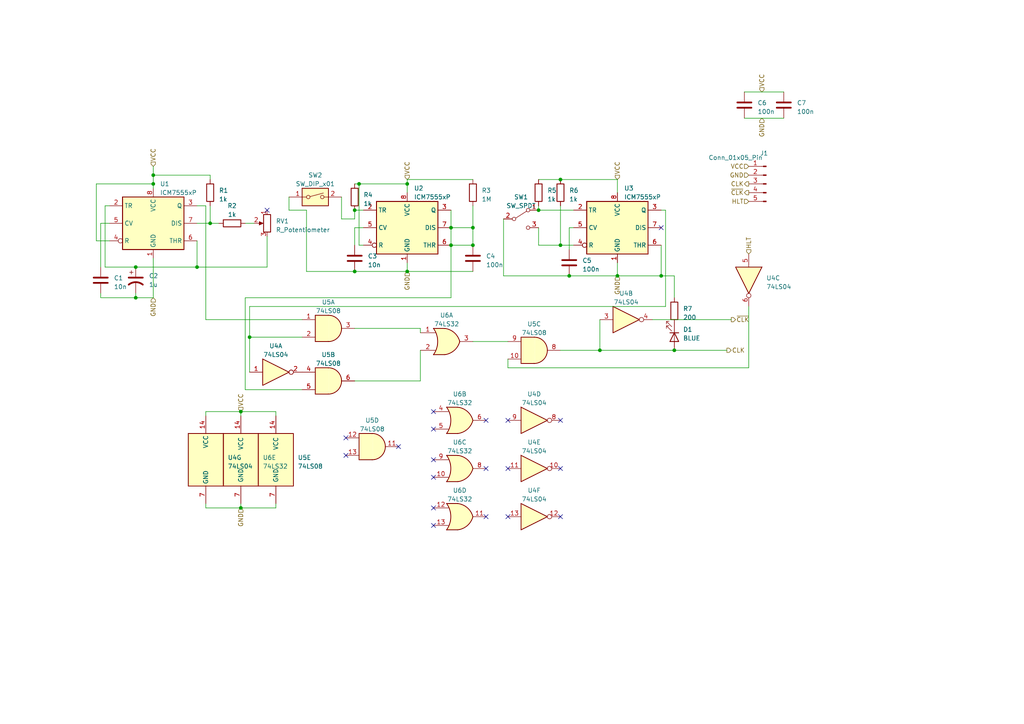
<source format=kicad_sch>
(kicad_sch (version 20230121) (generator eeschema)
  (paper "A4")
  (title_block (title "8-bit Clock Module") (date "2023-02-25") (rev "1.0") (company "RCastelli"))
  (lib_symbols
    (symbol "74xx:74LS04"
      (property "Reference" "U" (at 0 1.27 0))
      (property "Value" "74LS04" (at 0 -1.27 0))
      (symbol "74LS04_1_0"
        (polyline (pts (xy -3.81 3.81) (xy -3.81 -3.81) (xy 3.81 0) (xy -3.81 3.81)) (stroke (width 0.254)) (fill (type background)))
        (pin input line (at -7.62 0 0) (length 3.81) (name "~") (number "1"))
        (pin output inverted (at 7.62 0 180) (length 3.81) (name "~") (number "2"))
      )
      (symbol "74LS04_2_0"
        (polyline (pts (xy -3.81 3.81) (xy -3.81 -3.81) (xy 3.81 0) (xy -3.81 3.81)) (stroke (width 0.254)) (fill (type background)))
        (pin input line (at -7.62 0 0) (length 3.81) (name "~") (number "3"))
        (pin output inverted (at 7.62 0 180) (length 3.81) (name "~") (number "4"))
      )
      (symbol "74LS04_3_0"
        (polyline (pts (xy -3.81 3.81) (xy -3.81 -3.81) (xy 3.81 0) (xy -3.81 3.81)) (stroke (width 0.254)) (fill (type background)))
        (pin input line (at -7.62 0 0) (length 3.81) (name "~") (number "5"))
        (pin output inverted (at 7.62 0 180) (length 3.81) (name "~") (number "6"))
      )
      (symbol "74LS04_4_0"
        (polyline (pts (xy -3.81 3.81) (xy -3.81 -3.81) (xy 3.81 0) (xy -3.81 3.81)) (stroke (width 0.254)) (fill (type background)))
        (pin output inverted (at 7.62 0 180) (length 3.81) (name "~") (number "8"))
        (pin input line (at -7.62 0 0) (length 3.81) (name "~") (number "9"))
      )
      (symbol "74LS04_5_0"
        (polyline (pts (xy -3.81 3.81) (xy -3.81 -3.81) (xy 3.81 0) (xy -3.81 3.81)) (stroke (width 0.254)) (fill (type background)))
        (pin output inverted (at 7.62 0 180) (length 3.81) (name "~") (number "10"))
        (pin input line (at -7.62 0 0) (length 3.81) (name "~") (number "11"))
      )
      (symbol "74LS04_6_0"
        (polyline (pts (xy -3.81 3.81) (xy -3.81 -3.81) (xy 3.81 0) (xy -3.81 3.81)) (stroke (width 0.254)) (fill (type background)))
        (pin output inverted (at 7.62 0 180) (length 3.81) (name "~") (number "12"))
        (pin input line (at -7.62 0 0) (length 3.81) (name "~") (number "13"))
      )
      (symbol "74LS04_7_0"
        (pin power_in line (at 0 12.7 270) (length 5.08) (name "VCC") (number "14"))
        (pin power_in line (at 0 -12.7 90) (length 5.08) (name "GND") (number "7"))
      )
      (symbol "74LS04_7_1"
        (rectangle (start -5.08 7.62) (end 5.08 -7.62) (stroke (width 0.254)) (fill (type background)))
      )
    )
    (symbol "74xx:74LS08" (pin_names (offset 1.016))
      (property "Reference" "U" (at 0 1.27 0))
      (property "Value" "74LS08" (at 0 -1.27 0))
      (symbol "74LS08_1_1"
        (arc (start 0 -3.81) (mid 3.7934 0) (end 0 3.81) (stroke (width 0.254)) (fill (type background)))
        (polyline (pts (xy 0 3.81) (xy -3.81 3.81) (xy -3.81 -3.81) (xy 0 -3.81)) (stroke (width 0.254)) (fill (type background)))
        (pin input line (at -7.62 2.54 0) (length 3.81) (name "~") (number "1"))
        (pin input line (at -7.62 -2.54 0) (length 3.81) (name "~") (number "2"))
        (pin output line (at 7.62 0 180) (length 3.81) (name "~") (number "3"))
      )
      (symbol "74LS08_1_2"
        (arc (start -3.81 -3.81) (mid -2.589 0) (end -3.81 3.81) (stroke (width 0.254)))
        (arc (start -0.6096 -3.81) (mid 2.1842 -2.5851) (end 3.81 0) (stroke (width 0.254)) (fill (type background)))
        (polyline (pts (xy -3.81 -3.81) (xy -0.635 -3.81)) (stroke (width 0.254)) (fill (type background)))
        (polyline (pts (xy -3.81 3.81) (xy -0.635 3.81)) (stroke (width 0.254)) (fill (type background)))
        (polyline (pts (xy -0.635 3.81) (xy -3.81 3.81) (xy -3.81 3.81) (xy -3.556 3.4036) (xy -3.0226 2.2606) (xy -2.6924 1.0414) (xy -2.6162 -0.254) (xy -2.7686 -1.4986) (xy -3.175 -2.7178) (xy -3.81 -3.81) (xy -3.81 -3.81) (xy -0.635 -3.81)) (stroke (width -25.4)) (fill (type background)))
        (arc (start 3.81 0) (mid 2.1915 2.5936) (end -0.6096 3.81) (stroke (width 0.254)) (fill (type background)))
        (pin input inverted (at -7.62 2.54 0) (length 4.318) (name "~") (number "1"))
        (pin input inverted (at -7.62 -2.54 0) (length 4.318) (name "~") (number "2"))
        (pin output inverted (at 7.62 0 180) (length 3.81) (name "~") (number "3"))
      )
      (symbol "74LS08_2_1"
        (arc (start 0 -3.81) (mid 3.7934 0) (end 0 3.81) (stroke (width 0.254)) (fill (type background)))
        (polyline (pts (xy 0 3.81) (xy -3.81 3.81) (xy -3.81 -3.81) (xy 0 -3.81)) (stroke (width 0.254)) (fill (type background)))
        (pin input line (at -7.62 2.54 0) (length 3.81) (name "~") (number "4"))
        (pin input line (at -7.62 -2.54 0) (length 3.81) (name "~") (number "5"))
        (pin output line (at 7.62 0 180) (length 3.81) (name "~") (number "6"))
      )
      (symbol "74LS08_2_2"
        (arc (start -3.81 -3.81) (mid -2.589 0) (end -3.81 3.81) (stroke (width 0.254)))
        (arc (start -0.6096 -3.81) (mid 2.1842 -2.5851) (end 3.81 0) (stroke (width 0.254)) (fill (type background)))
        (polyline (pts (xy -3.81 -3.81) (xy -0.635 -3.81)) (stroke (width 0.254)) (fill (type background)))
        (polyline (pts (xy -3.81 3.81) (xy -0.635 3.81)) (stroke (width 0.254)) (fill (type background)))
        (polyline (pts (xy -0.635 3.81) (xy -3.81 3.81) (xy -3.81 3.81) (xy -3.556 3.4036) (xy -3.0226 2.2606) (xy -2.6924 1.0414) (xy -2.6162 -0.254) (xy -2.7686 -1.4986) (xy -3.175 -2.7178) (xy -3.81 -3.81) (xy -3.81 -3.81) (xy -0.635 -3.81)) (stroke (width -25.4)) (fill (type background)))
        (arc (start 3.81 0) (mid 2.1915 2.5936) (end -0.6096 3.81) (stroke (width 0.254)) (fill (type background)))
        (pin input inverted (at -7.62 2.54 0) (length 4.318) (name "~") (number "4"))
        (pin input inverted (at -7.62 -2.54 0) (length 4.318) (name "~") (number "5"))
        (pin output inverted (at 7.62 0 180) (length 3.81) (name "~") (number "6"))
      )
      (symbol "74LS08_3_1"
        (arc (start 0 -3.81) (mid 3.7934 0) (end 0 3.81) (stroke (width 0.254)) (fill (type background)))
        (polyline (pts (xy 0 3.81) (xy -3.81 3.81) (xy -3.81 -3.81) (xy 0 -3.81)) (stroke (width 0.254)) (fill (type background)))
        (pin input line (at -7.62 -2.54 0) (length 3.81) (name "~") (number "10"))
        (pin output line (at 7.62 0 180) (length 3.81) (name "~") (number "8"))
        (pin input line (at -7.62 2.54 0) (length 3.81) (name "~") (number "9"))
      )
      (symbol "74LS08_3_2"
        (arc (start -3.81 -3.81) (mid -2.589 0) (end -3.81 3.81) (stroke (width 0.254)))
        (arc (start -0.6096 -3.81) (mid 2.1842 -2.5851) (end 3.81 0) (stroke (width 0.254)) (fill (type background)))
        (polyline (pts (xy -3.81 -3.81) (xy -0.635 -3.81)) (stroke (width 0.254)) (fill (type background)))
        (polyline (pts (xy -3.81 3.81) (xy -0.635 3.81)) (stroke (width 0.254)) (fill (type background)))
        (polyline (pts (xy -0.635 3.81) (xy -3.81 3.81) (xy -3.81 3.81) (xy -3.556 3.4036) (xy -3.0226 2.2606) (xy -2.6924 1.0414) (xy -2.6162 -0.254) (xy -2.7686 -1.4986) (xy -3.175 -2.7178) (xy -3.81 -3.81) (xy -3.81 -3.81) (xy -0.635 -3.81)) (stroke (width -25.4)) (fill (type background)))
        (arc (start 3.81 0) (mid 2.1915 2.5936) (end -0.6096 3.81) (stroke (width 0.254)) (fill (type background)))
        (pin input inverted (at -7.62 -2.54 0) (length 4.318) (name "~") (number "10"))
        (pin output inverted (at 7.62 0 180) (length 3.81) (name "~") (number "8"))
        (pin input inverted (at -7.62 2.54 0) (length 4.318) (name "~") (number "9"))
      )
      (symbol "74LS08_4_1"
        (arc (start 0 -3.81) (mid 3.7934 0) (end 0 3.81) (stroke (width 0.254)) (fill (type background)))
        (polyline (pts (xy 0 3.81) (xy -3.81 3.81) (xy -3.81 -3.81) (xy 0 -3.81)) (stroke (width 0.254)) (fill (type background)))
        (pin output line (at 7.62 0 180) (length 3.81) (name "~") (number "11"))
        (pin input line (at -7.62 2.54 0) (length 3.81) (name "~") (number "12"))
        (pin input line (at -7.62 -2.54 0) (length 3.81) (name "~") (number "13"))
      )
      (symbol "74LS08_4_2"
        (arc (start -3.81 -3.81) (mid -2.589 0) (end -3.81 3.81) (stroke (width 0.254)))
        (arc (start -0.6096 -3.81) (mid 2.1842 -2.5851) (end 3.81 0) (stroke (width 0.254)) (fill (type background)))
        (polyline (pts (xy -3.81 -3.81) (xy -0.635 -3.81)) (stroke (width 0.254)) (fill (type background)))
        (polyline (pts (xy -3.81 3.81) (xy -0.635 3.81)) (stroke (width 0.254)) (fill (type background)))
        (polyline (pts (xy -0.635 3.81) (xy -3.81 3.81) (xy -3.81 3.81) (xy -3.556 3.4036) (xy -3.0226 2.2606) (xy -2.6924 1.0414) (xy -2.6162 -0.254) (xy -2.7686 -1.4986) (xy -3.175 -2.7178) (xy -3.81 -3.81) (xy -3.81 -3.81) (xy -0.635 -3.81)) (stroke (width -25.4)) (fill (type background)))
        (arc (start 3.81 0) (mid 2.1915 2.5936) (end -0.6096 3.81) (stroke (width 0.254)) (fill (type background)))
        (pin output inverted (at 7.62 0 180) (length 3.81) (name "~") (number "11"))
        (pin input inverted (at -7.62 2.54 0) (length 4.318) (name "~") (number "12"))
        (pin input inverted (at -7.62 -2.54 0) (length 4.318) (name "~") (number "13"))
      )
      (symbol "74LS08_5_0"
        (pin power_in line (at 0 12.7 270) (length 5.08) (name "VCC") (number "14"))
        (pin power_in line (at 0 -12.7 90) (length 5.08) (name "GND") (number "7"))
      )
      (symbol "74LS08_5_1"
        (rectangle (start -5.08 7.62) (end 5.08 -7.62) (stroke (width 0.254)) (fill (type background)))
      )
    )
    (symbol "74xx:74LS32" (pin_names (offset 1.016))
      (property "Reference" "U" (at 0 1.27 0))
      (property "Value" "74LS32" (at 0 -1.27 0))
      (symbol "74LS32_1_1"
        (arc (start -3.81 -3.81) (mid -2.589 0) (end -3.81 3.81) (stroke (width 0.254)))
        (arc (start -0.6096 -3.81) (mid 2.1842 -2.5851) (end 3.81 0) (stroke (width 0.254)) (fill (type background)))
        (polyline (pts (xy -3.81 -3.81) (xy -0.635 -3.81)) (stroke (width 0.254)) (fill (type background)))
        (polyline (pts (xy -3.81 3.81) (xy -0.635 3.81)) (stroke (width 0.254)) (fill (type background)))
        (polyline (pts (xy -0.635 3.81) (xy -3.81 3.81) (xy -3.81 3.81) (xy -3.556 3.4036) (xy -3.0226 2.2606) (xy -2.6924 1.0414) (xy -2.6162 -0.254) (xy -2.7686 -1.4986) (xy -3.175 -2.7178) (xy -3.81 -3.81) (xy -3.81 -3.81) (xy -0.635 -3.81)) (stroke (width -25.4)) (fill (type background)))
        (arc (start 3.81 0) (mid 2.1915 2.5936) (end -0.6096 3.81) (stroke (width 0.254)) (fill (type background)))
        (pin input line (at -7.62 2.54 0) (length 4.318) (name "~") (number "1"))
        (pin input line (at -7.62 -2.54 0) (length 4.318) (name "~") (number "2"))
        (pin output line (at 7.62 0 180) (length 3.81) (name "~") (number "3"))
      )
      (symbol "74LS32_1_2"
        (arc (start 0 -3.81) (mid 3.7934 0) (end 0 3.81) (stroke (width 0.254)) (fill (type background)))
        (polyline (pts (xy 0 3.81) (xy -3.81 3.81) (xy -3.81 -3.81) (xy 0 -3.81)) (stroke (width 0.254)) (fill (type background)))
        (pin input inverted (at -7.62 2.54 0) (length 3.81) (name "~") (number "1"))
        (pin input inverted (at -7.62 -2.54 0) (length 3.81) (name "~") (number "2"))
        (pin output inverted (at 7.62 0 180) (length 3.81) (name "~") (number "3"))
      )
      (symbol "74LS32_2_1"
        (arc (start -3.81 -3.81) (mid -2.589 0) (end -3.81 3.81) (stroke (width 0.254)))
        (arc (start -0.6096 -3.81) (mid 2.1842 -2.5851) (end 3.81 0) (stroke (width 0.254)) (fill (type background)))
        (polyline (pts (xy -3.81 -3.81) (xy -0.635 -3.81)) (stroke (width 0.254)) (fill (type background)))
        (polyline (pts (xy -3.81 3.81) (xy -0.635 3.81)) (stroke (width 0.254)) (fill (type background)))
        (polyline (pts (xy -0.635 3.81) (xy -3.81 3.81) (xy -3.81 3.81) (xy -3.556 3.4036) (xy -3.0226 2.2606) (xy -2.6924 1.0414) (xy -2.6162 -0.254) (xy -2.7686 -1.4986) (xy -3.175 -2.7178) (xy -3.81 -3.81) (xy -3.81 -3.81) (xy -0.635 -3.81)) (stroke (width -25.4)) (fill (type background)))
        (arc (start 3.81 0) (mid 2.1915 2.5936) (end -0.6096 3.81) (stroke (width 0.254)) (fill (type background)))
        (pin input line (at -7.62 2.54 0) (length 4.318) (name "~") (number "4"))
        (pin input line (at -7.62 -2.54 0) (length 4.318) (name "~") (number "5"))
        (pin output line (at 7.62 0 180) (length 3.81) (name "~") (number "6"))
      )
      (symbol "74LS32_2_2"
        (arc (start 0 -3.81) (mid 3.7934 0) (end 0 3.81) (stroke (width 0.254)) (fill (type background)))
        (polyline (pts (xy 0 3.81) (xy -3.81 3.81) (xy -3.81 -3.81) (xy 0 -3.81)) (stroke (width 0.254)) (fill (type background)))
        (pin input inverted (at -7.62 2.54 0) (length 3.81) (name "~") (number "4"))
        (pin input inverted (at -7.62 -2.54 0) (length 3.81) (name "~") (number "5"))
        (pin output inverted (at 7.62 0 180) (length 3.81) (name "~") (number "6"))
      )
      (symbol "74LS32_3_1"
        (arc (start -3.81 -3.81) (mid -2.589 0) (end -3.81 3.81) (stroke (width 0.254)))
        (arc (start -0.6096 -3.81) (mid 2.1842 -2.5851) (end 3.81 0) (stroke (width 0.254)) (fill (type background)))
        (polyline (pts (xy -3.81 -3.81) (xy -0.635 -3.81)) (stroke (width 0.254)) (fill (type background)))
        (polyline (pts (xy -3.81 3.81) (xy -0.635 3.81)) (stroke (width 0.254)) (fill (type background)))
        (polyline (pts (xy -0.635 3.81) (xy -3.81 3.81) (xy -3.81 3.81) (xy -3.556 3.4036) (xy -3.0226 2.2606) (xy -2.6924 1.0414) (xy -2.6162 -0.254) (xy -2.7686 -1.4986) (xy -3.175 -2.7178) (xy -3.81 -3.81) (xy -3.81 -3.81) (xy -0.635 -3.81)) (stroke (width -25.4)) (fill (type background)))
        (arc (start 3.81 0) (mid 2.1915 2.5936) (end -0.6096 3.81) (stroke (width 0.254)) (fill (type background)))
        (pin input line (at -7.62 -2.54 0) (length 4.318) (name "~") (number "10"))
        (pin output line (at 7.62 0 180) (length 3.81) (name "~") (number "8"))
        (pin input line (at -7.62 2.54 0) (length 4.318) (name "~") (number "9"))
      )
      (symbol "74LS32_3_2"
        (arc (start 0 -3.81) (mid 3.7934 0) (end 0 3.81) (stroke (width 0.254)) (fill (type background)))
        (polyline (pts (xy 0 3.81) (xy -3.81 3.81) (xy -3.81 -3.81) (xy 0 -3.81)) (stroke (width 0.254)) (fill (type background)))
        (pin input inverted (at -7.62 -2.54 0) (length 3.81) (name "~") (number "10"))
        (pin output inverted (at 7.62 0 180) (length 3.81) (name "~") (number "8"))
        (pin input inverted (at -7.62 2.54 0) (length 3.81) (name "~") (number "9"))
      )
      (symbol "74LS32_4_1"
        (arc (start -3.81 -3.81) (mid -2.589 0) (end -3.81 3.81) (stroke (width 0.254)))
        (arc (start -0.6096 -3.81) (mid 2.1842 -2.5851) (end 3.81 0) (stroke (width 0.254)) (fill (type background)))
        (polyline (pts (xy -3.81 -3.81) (xy -0.635 -3.81)) (stroke (width 0.254)) (fill (type background)))
        (polyline (pts (xy -3.81 3.81) (xy -0.635 3.81)) (stroke (width 0.254)) (fill (type background)))
        (polyline (pts (xy -0.635 3.81) (xy -3.81 3.81) (xy -3.81 3.81) (xy -3.556 3.4036) (xy -3.0226 2.2606) (xy -2.6924 1.0414) (xy -2.6162 -0.254) (xy -2.7686 -1.4986) (xy -3.175 -2.7178) (xy -3.81 -3.81) (xy -3.81 -3.81) (xy -0.635 -3.81)) (stroke (width -25.4)) (fill (type background)))
        (arc (start 3.81 0) (mid 2.1915 2.5936) (end -0.6096 3.81) (stroke (width 0.254)) (fill (type background)))
        (pin output line (at 7.62 0 180) (length 3.81) (name "~") (number "11"))
        (pin input line (at -7.62 2.54 0) (length 4.318) (name "~") (number "12"))
        (pin input line (at -7.62 -2.54 0) (length 4.318) (name "~") (number "13"))
      )
      (symbol "74LS32_4_2"
        (arc (start 0 -3.81) (mid 3.7934 0) (end 0 3.81) (stroke (width 0.254)) (fill (type background)))
        (polyline (pts (xy 0 3.81) (xy -3.81 3.81) (xy -3.81 -3.81) (xy 0 -3.81)) (stroke (width 0.254)) (fill (type background)))
        (pin output inverted (at 7.62 0 180) (length 3.81) (name "~") (number "11"))
        (pin input inverted (at -7.62 2.54 0) (length 3.81) (name "~") (number "12"))
        (pin input inverted (at -7.62 -2.54 0) (length 3.81) (name "~") (number "13"))
      )
      (symbol "74LS32_5_0"
        (pin power_in line (at 0 12.7 270) (length 5.08) (name "VCC") (number "14"))
        (pin power_in line (at 0 -12.7 90) (length 5.08) (name "GND") (number "7"))
      )
      (symbol "74LS32_5_1"
        (rectangle (start -5.08 7.62) (end 5.08 -7.62) (stroke (width 0.254)) (fill (type background)))
      )
    )
    (symbol "Connector:Conn_01x05_Pin" (pin_names (offset 1.016) hide)
      (property "Reference" "J1" (at 0.635 8.89 0))
      (property "Value" "Conn_01x05_Pin" (at -8.89 7.62 0))
      (symbol "Conn_01x05_Pin_1_1"
        (polyline (pts (xy 1.27 -5.08) (xy 0.8636 -5.08)) (stroke (width 0.1524)))
        (polyline (pts (xy 1.27 -2.54) (xy 0.8636 -2.54)) (stroke (width 0.1524)))
        (polyline (pts (xy 1.27 0) (xy 0.8636 0)) (stroke (width 0.1524)))
        (polyline (pts (xy 1.27 2.54) (xy 0.8636 2.54)) (stroke (width 0.1524)))
        (polyline (pts (xy 1.27 5.08) (xy 0.8636 5.08)) (stroke (width 0.1524)))
        (rectangle (start 0.8636 -4.953) (end 0 -5.207) (stroke (width 0.1524)) (fill (type outline)))
        (rectangle (start 0.8636 -2.413) (end 0 -2.667) (stroke (width 0.1524)) (fill (type outline)))
        (rectangle (start 0.8636 0.127) (end 0 -0.127) (stroke (width 0.1524)) (fill (type outline)))
        (rectangle (start 0.8636 2.667) (end 0 2.413) (stroke (width 0.1524)) (fill (type outline)))
        (rectangle (start 0.8636 5.207) (end 0 4.953) (stroke (width 0.1524)) (fill (type outline)))
        (pin power_out line (at 5.08 5.08 180) (length 3.81) (name "Pin_1") (number "1"))
        (pin power_out line (at 5.08 2.54 180) (length 3.81) (name "Pin_2") (number "2"))
        (pin passive line (at 5.08 0 180) (length 3.81) (name "Pin_3") (number "3"))
        (pin passive line (at 5.08 -2.54 180) (length 3.81) (name "Pin_4") (number "4"))
        (pin passive line (at 5.08 -5.08 180) (length 3.81) (name "Pin_5") (number "5"))
      )
    )
    (symbol "Device:C" (pin_numbers hide) (pin_names (offset 0.254))
      (property "Reference" "C" (at 0.635 2.54 0))
      (property "Value" "C" (at 0.635 -2.54 0))
      (symbol "C_0_1"
        (polyline (pts (xy -2.032 -0.762) (xy 2.032 -0.762)) (stroke (width 0.508)))
        (polyline (pts (xy -2.032 0.762) (xy 2.032 0.762)) (stroke (width 0.508)))
      )
      (symbol "C_1_1"
        (pin passive line (at 0 3.81 270) (length 2.794) (name "~") (number "1"))
        (pin passive line (at 0 -3.81 90) (length 2.794) (name "~") (number "2"))
      )
    )
    (symbol "Device:C_Polarized_US" (pin_numbers hide) (pin_names (offset 0.254) hide)
      (property "Reference" "C" (at 0.635 2.54 0))
      (property "Value" "C_Polarized_US" (at 0.635 -2.54 0))
      (symbol "C_Polarized_US_0_1"
        (polyline (pts (xy -2.032 0.762) (xy 2.032 0.762)) (stroke (width 0.508)))
        (polyline (pts (xy -1.778 2.286) (xy -0.762 2.286)))
        (polyline (pts (xy -1.27 1.778) (xy -1.27 2.794)))
        (arc (start 2.032 -1.27) (mid 0 -0.5572) (end -2.032 -1.27) (stroke (width 0.508)))
      )
      (symbol "C_Polarized_US_1_1"
        (pin passive line (at 0 3.81 270) (length 2.794) (name "~") (number "1"))
        (pin passive line (at 0 -3.81 90) (length 3.302) (name "~") (number "2"))
      )
    )
    (symbol "Device:LED" (pin_numbers hide) (pin_names (offset 1.016) hide)
      (property "Reference" "D" (at 0 2.54 0))
      (property "Value" "LED" (at 0 -2.54 0))
      (symbol "LED_0_1"
        (polyline (pts (xy -1.27 -1.27) (xy -1.27 1.27)) (stroke (width 0.254)))
        (polyline (pts (xy -1.27 0) (xy 1.27 0)))
        (polyline (pts (xy 1.27 -1.27) (xy 1.27 1.27) (xy -1.27 0) (xy 1.27 -1.27)) (stroke (width 0.254)))
        (polyline (pts (xy -3.048 -0.762) (xy -4.572 -2.286) (xy -3.81 -2.286) (xy -4.572 -2.286) (xy -4.572 -1.524)))
        (polyline (pts (xy -1.778 -0.762) (xy -3.302 -2.286) (xy -2.54 -2.286) (xy -3.302 -2.286) (xy -3.302 -1.524)))
      )
      (symbol "LED_1_1"
        (pin passive line (at -3.81 0 0) (length 2.54) (name "K") (number "1"))
        (pin passive line (at 3.81 0 180) (length 2.54) (name "A") (number "2"))
      )
    )
    (symbol "Device:R" (pin_numbers hide) (pin_names (offset 0))
      (property "Reference" "R" (at 2.032 0 90))
      (property "Value" "R" (at 0 0 90))
      (symbol "R_0_1"
        (rectangle (start -1.016 -2.54) (end 1.016 2.54) (stroke (width 0.254)))
      )
      (symbol "R_1_1"
        (pin passive line (at 0 3.81 270) (length 1.27) (name "~") (number "1"))
        (pin passive line (at 0 -3.81 90) (length 1.27) (name "~") (number "2"))
      )
    )
    (symbol "Device:R_Potentiometer" (pin_names (offset 1.016) hide)
      (property "Reference" "RV" (at -4.445 0 90))
      (property "Value" "R_Potentiometer" (at -2.54 0 90))
      (symbol "R_Potentiometer_0_1"
        (polyline (pts (xy 2.54 0) (xy 1.524 0)))
        (polyline (pts (xy 1.143 0) (xy 2.286 0.508) (xy 2.286 -0.508) (xy 1.143 0)) (fill (type outline)))
        (rectangle (start 1.016 2.54) (end -1.016 -2.54) (stroke (width 0.254)))
      )
      (symbol "R_Potentiometer_1_1"
        (pin passive line (at 0 3.81 270) (length 1.27) (name "1") (number "1"))
        (pin passive line (at 3.81 0 180) (length 1.27) (name "2") (number "2"))
        (pin passive line (at 0 -3.81 90) (length 1.27) (name "3") (number "3"))
      )
    )
    (symbol "Switch:SW_DIP_x01" (pin_names (offset 0) hide)
      (property "Reference" "SW" (at 0 3.81 0))
      (property "Value" "SW_DIP_x01" (at 0 -3.81 0))
      (symbol "SW_DIP_x01_0_0"
        (circle (center -2.032 0) (radius 0.508))
        (polyline (pts (xy -1.524 0.127) (xy 2.3622 1.1684)))
        (circle (center 2.032 0) (radius 0.508))
      )
      (symbol "SW_DIP_x01_0_1"
        (rectangle (start -3.81 2.54) (end 3.81 -2.54) (stroke (width 0.254)) (fill (type background)))
      )
      (symbol "SW_DIP_x01_1_1"
        (pin passive line (at -7.62 0 0) (length 5.08) (name "~") (number "1"))
        (pin passive line (at 7.62 0 180) (length 5.08) (name "~") (number "2"))
      )
    )
    (symbol "Switch:SW_SPDT" (pin_names (offset 0) hide)
      (property "Reference" "SW" (at 0 4.318 0))
      (property "Value" "SW_SPDT" (at 0 -5.08 0))
      (symbol "SW_SPDT_0_0"
        (circle (center -2.032 0) (radius 0.508))
        (circle (center 2.032 -2.54) (radius 0.508))
      )
      (symbol "SW_SPDT_0_1"
        (polyline (pts (xy -1.524 0.254) (xy 1.651 2.286)))
        (circle (center 2.032 2.54) (radius 0.508))
      )
      (symbol "SW_SPDT_1_1"
        (pin passive line (at 5.08 2.54 180) (length 2.54) (name "A") (number "1"))
        (pin passive line (at -5.08 0 0) (length 2.54) (name "B") (number "2"))
        (pin passive line (at 5.08 -2.54 180) (length 2.54) (name "C") (number "3"))
      )
    )
    (symbol "Timer:ICM7555xP"
      (property "Reference" "U" (at -10.16 8.89 0))
      (property "Value" "ICM7555xP" (at 2.54 8.89 0))
      (symbol "ICM7555xP_0_0"
        (pin power_in line (at 0 -10.16 90) (length 2.54) (name "GND") (number "1"))
        (pin power_in line (at 0 10.16 270) (length 2.54) (name "VCC") (number "8"))
      )
      (symbol "ICM7555xP_0_1"
        (rectangle (start -8.89 -7.62) (end 8.89 7.62) (stroke (width 0.254)) (fill (type background)))
        (rectangle (start -8.89 -7.62) (end 8.89 7.62) (stroke (width 0.254)) (fill (type background)))
      )
      (symbol "ICM7555xP_1_1"
        (pin input line (at -12.7 5.08 0) (length 3.81) (name "TR") (number "2"))
        (pin output line (at 12.7 5.08 180) (length 3.81) (name "Q") (number "3"))
        (pin input inverted (at -12.7 -5.08 0) (length 3.81) (name "R") (number "4"))
        (pin input line (at -12.7 0 0) (length 3.81) (name "CV") (number "5"))
        (pin input line (at 12.7 -5.08 180) (length 3.81) (name "THR") (number "6"))
        (pin input line (at 12.7 0 180) (length 3.81) (name "DIS") (number "7"))
      )
    )
  )
  (junction (at 102.87 60.96))
  (junction (at 137.16 71.12))
  (junction (at 39.37 77.47))
  (junction (at 104.14 53.34))
  (junction (at 72.39 97.79))
  (junction (at 165.1 80.01))
  (junction (at 118.11 53.34))
  (junction (at 60.96 64.77))
  (junction (at 191.77 80.01))
  (junction (at 44.45 53.34))
  (junction (at 179.07 80.01))
  (junction (at 195.58 101.6))
  (junction (at 69.85 119.38))
  (junction (at 162.56 71.12))
  (junction (at 156.21 60.96))
  (junction (at 130.81 66.04))
  (junction (at 162.56 52.07))
  (junction (at 102.87 78.74))
  (junction (at 57.15 77.47))
  (junction (at 137.16 66.04))
  (junction (at 69.85 147.32))
  (junction (at 39.37 86.36))
  (junction (at 118.11 78.74))
  (junction (at 130.81 71.12))
  (junction (at 44.45 50.8))
  (junction (at 173.99 101.6))
  (no_connect (at 140.97 121.92))
  (no_connect (at 115.57 129.54))
  (no_connect (at 125.73 138.43))
  (no_connect (at 125.73 124.46))
  (no_connect (at 125.73 119.38))
  (no_connect (at 140.97 149.86))
  (no_connect (at 100.33 127))
  (no_connect (at 125.73 147.32))
  (no_connect (at 125.73 133.35))
  (no_connect (at 191.77 66.04))
  (no_connect (at 77.47 60.96))
  (no_connect (at 162.56 135.89))
  (no_connect (at 147.32 135.89))
  (no_connect (at 147.32 149.86))
  (no_connect (at 162.56 121.92))
  (no_connect (at 125.73 152.4))
  (no_connect (at 100.33 132.08))
  (no_connect (at 162.56 149.86))
  (no_connect (at 140.97 135.89))
  (no_connect (at 147.32 121.92))
  (wire (pts (xy 72.39 97.79) (xy 72.39 107.95)))
  (wire (pts (xy 87.63 97.79) (xy 72.39 97.79)))
  (wire (pts (xy 156.21 71.12) (xy 162.56 71.12)))
  (wire (pts (xy 173.99 101.6) (xy 173.99 92.71)))
  (wire (pts (xy 44.45 74.93) (xy 44.45 86.36)))
  (wire (pts (xy 57.15 69.85) (xy 57.15 77.47)))
  (wire (pts (xy 59.69 147.32) (xy 69.85 147.32)))
  (wire (pts (xy 162.56 101.6) (xy 173.99 101.6)))
  (wire (pts (xy 30.48 59.69) (xy 30.48 77.47)))
  (wire (pts (xy 165.1 66.04) (xy 165.1 72.39)))
  (wire (pts (xy 102.87 95.25) (xy 121.92 95.25)))
  (wire (pts (xy 102.87 66.04) (xy 102.87 71.12)))
  (wire (pts (xy 156.21 59.69) (xy 156.21 60.96)))
  (wire (pts (xy 179.07 52.07) (xy 162.56 52.07)))
  (wire (pts (xy 72.39 97.79) (xy 72.39 88.9)))
  (wire (pts (xy 29.21 64.77) (xy 29.21 77.47)))
  (wire (pts (xy 195.58 80.01) (xy 191.77 80.01)))
  (wire (pts (xy 166.37 66.04) (xy 165.1 66.04)))
  (wire (pts (xy 39.37 86.36) (xy 39.37 85.09)))
  (wire (pts (xy 130.81 60.96) (xy 130.81 66.04)))
  (wire (pts (xy 44.45 86.36) (xy 39.37 86.36)))
  (wire (pts (xy 215.9 26.67) (xy 227.33 26.67)))
  (wire (pts (xy 118.11 78.74) (xy 137.16 78.74)))
  (wire (pts (xy 195.58 80.01) (xy 195.58 86.36)))
  (wire (pts (xy 30.48 77.47) (xy 39.37 77.47)))
  (wire (pts (xy 102.87 60.96) (xy 105.41 60.96)))
  (wire (pts (xy 189.23 92.71) (xy 212.09 92.71)))
  (wire (pts (xy 137.16 99.06) (xy 147.32 99.06)))
  (wire (pts (xy 60.96 50.8) (xy 44.45 50.8)))
  (wire (pts (xy 71.12 113.03) (xy 87.63 113.03)))
  (wire (pts (xy 130.81 71.12) (xy 130.81 86.36)))
  (wire (pts (xy 162.56 59.69) (xy 162.56 71.12)))
  (wire (pts (xy 69.85 119.38) (xy 69.85 120.65)))
  (wire (pts (xy 191.77 71.12) (xy 191.77 80.01)))
  (wire (pts (xy 59.69 119.38) (xy 69.85 119.38)))
  (wire (pts (xy 99.06 63.5) (xy 102.87 63.5)))
  (wire (pts (xy 88.9 78.74) (xy 102.87 78.74)))
  (wire (pts (xy 69.85 119.38) (xy 80.01 119.38)))
  (wire (pts (xy 137.16 66.04) (xy 130.81 66.04)))
  (wire (pts (xy 60.96 52.07) (xy 60.96 50.8)))
  (wire (pts (xy 146.05 80.01) (xy 165.1 80.01)))
  (wire (pts (xy 77.47 77.47) (xy 57.15 77.47)))
  (wire (pts (xy 60.96 59.69) (xy 60.96 64.77)))
  (wire (pts (xy 44.45 48.26) (xy 44.45 50.8)))
  (wire (pts (xy 118.11 52.07) (xy 118.11 53.34)))
  (wire (pts (xy 121.92 95.25) (xy 121.92 96.52)))
  (wire (pts (xy 105.41 71.12) (xy 104.14 71.12)))
  (wire (pts (xy 44.45 50.8) (xy 44.45 53.34)))
  (wire (pts (xy 173.99 101.6) (xy 195.58 101.6)))
  (wire (pts (xy 69.85 147.32) (xy 69.85 146.05)))
  (wire (pts (xy 99.06 57.15) (xy 99.06 63.5)))
  (wire (pts (xy 71.12 86.36) (xy 71.12 113.03)))
  (wire (pts (xy 146.05 63.5) (xy 146.05 80.01)))
  (wire (pts (xy 179.07 76.2) (xy 179.07 80.01)))
  (wire (pts (xy 130.81 71.12) (xy 137.16 71.12)))
  (wire (pts (xy 29.21 85.09) (xy 29.21 86.36)))
  (wire (pts (xy 59.69 146.05) (xy 59.69 147.32)))
  (wire (pts (xy 59.69 59.69) (xy 59.69 92.71)))
  (wire (pts (xy 137.16 59.69) (xy 137.16 66.04)))
  (wire (pts (xy 193.04 88.9) (xy 193.04 60.96)))
  (wire (pts (xy 104.14 53.34) (xy 104.14 71.12)))
  (wire (pts (xy 121.92 110.49) (xy 121.92 101.6)))
  (wire (pts (xy 102.87 63.5) (xy 102.87 60.96)))
  (wire (pts (xy 102.87 53.34) (xy 104.14 53.34)))
  (wire (pts (xy 29.21 86.36) (xy 39.37 86.36)))
  (wire (pts (xy 59.69 92.71) (xy 87.63 92.71)))
  (wire (pts (xy 102.87 110.49) (xy 121.92 110.49)))
  (wire (pts (xy 80.01 119.38) (xy 80.01 120.65)))
  (wire (pts (xy 57.15 59.69) (xy 59.69 59.69)))
  (wire (pts (xy 88.9 60.96) (xy 88.9 78.74)))
  (wire (pts (xy 118.11 78.74) (xy 118.11 76.2)))
  (wire (pts (xy 179.07 80.01) (xy 165.1 80.01)))
  (wire (pts (xy 217.17 106.68) (xy 147.32 106.68)))
  (wire (pts (xy 193.04 60.96) (xy 191.77 60.96)))
  (wire (pts (xy 162.56 71.12) (xy 166.37 71.12)))
  (wire (pts (xy 31.75 64.77) (xy 29.21 64.77)))
  (wire (pts (xy 77.47 68.58) (xy 77.47 77.47)))
  (wire (pts (xy 156.21 52.07) (xy 162.56 52.07)))
  (wire (pts (xy 217.17 88.9) (xy 217.17 106.68)))
  (wire (pts (xy 179.07 55.88) (xy 179.07 52.07)))
  (wire (pts (xy 147.32 106.68) (xy 147.32 104.14)))
  (wire (pts (xy 137.16 52.07) (xy 118.11 52.07)))
  (wire (pts (xy 72.39 88.9) (xy 193.04 88.9)))
  (wire (pts (xy 44.45 53.34) (xy 44.45 54.61)))
  (wire (pts (xy 80.01 147.32) (xy 80.01 146.05)))
  (wire (pts (xy 215.9 34.29) (xy 227.33 34.29)))
  (wire (pts (xy 31.75 59.69) (xy 30.48 59.69)))
  (wire (pts (xy 27.94 53.34) (xy 44.45 53.34)))
  (wire (pts (xy 60.96 64.77) (xy 63.5 64.77)))
  (wire (pts (xy 191.77 80.01) (xy 179.07 80.01)))
  (wire (pts (xy 137.16 71.12) (xy 137.16 66.04)))
  (wire (pts (xy 102.87 78.74) (xy 118.11 78.74)))
  (wire (pts (xy 195.58 101.6) (xy 210.82 101.6)))
  (wire (pts (xy 69.85 147.32) (xy 80.01 147.32)))
  (wire (pts (xy 156.21 66.04) (xy 156.21 71.12)))
  (wire (pts (xy 105.41 66.04) (xy 102.87 66.04)))
  (wire (pts (xy 57.15 64.77) (xy 60.96 64.77)))
  (wire (pts (xy 104.14 53.34) (xy 118.11 53.34)))
  (wire (pts (xy 57.15 77.47) (xy 39.37 77.47)))
  (wire (pts (xy 156.21 60.96) (xy 166.37 60.96)))
  (wire (pts (xy 118.11 53.34) (xy 118.11 55.88)))
  (wire (pts (xy 71.12 64.77) (xy 73.66 64.77)))
  (wire (pts (xy 130.81 66.04) (xy 130.81 71.12)))
  (wire (pts (xy 59.69 120.65) (xy 59.69 119.38)))
  (wire (pts (xy 130.81 86.36) (xy 71.12 86.36)))
  (wire (pts (xy 83.82 57.15) (xy 83.82 60.96)))
  (wire (pts (xy 31.75 69.85) (xy 27.94 69.85)))
  (wire (pts (xy 27.94 69.85) (xy 27.94 53.34)))
  (wire (pts (xy 83.82 60.96) (xy 88.9 60.96)))
  (hierarchical_label "HLT" (shape input) (at 217.17 58.42 180))
  (hierarchical_label "GND" (shape input) (at 179.07 80.01 270))
  (hierarchical_label "CLK" (shape output) (at 210.82 101.6 0))
  (hierarchical_label "~{CLK}" (shape output) (at 212.09 92.71 0))
  (hierarchical_label "VCC" (shape input) (at 179.07 52.07 90))
  (hierarchical_label "VCC" (shape input) (at 44.45 48.26 90))
  (hierarchical_label "GND" (shape input) (at 217.17 50.8 180))
  (hierarchical_label "CLK" (shape output) (at 217.17 53.34 180))
  (hierarchical_label "GND" (shape input) (at 118.11 78.74 270))
  (hierarchical_label "VCC" (shape input) (at 220.98 26.67 90))
  (hierarchical_label "GND" (shape input) (at 69.85 147.32 270))
  (hierarchical_label "VCC" (shape input) (at 118.11 52.07 90))
  (hierarchical_label "GND" (shape input) (at 220.98 34.29 270))
  (hierarchical_label "~{CLK}" (shape output) (at 217.17 55.88 180))
  (hierarchical_label "GND" (shape input) (at 44.45 86.36 270))
  (hierarchical_label "HLT" (shape input) (at 217.17 73.66 90))
  (hierarchical_label "VCC" (shape input) (at 69.85 119.38 90))
  (hierarchical_label "VCC" (shape input) (at 217.17 48.26 180))
  (symbol (lib_id "74xx:74LS04") (at 217.17 81.28 270) (unit 3)
    (property "Reference" "U4" (at 222.25 80.645 90) (effects (justify left)))
    (property "Value" "74LS04" (at 222.25 83.185 90) (effects (justify left)))
    (property "Footprint" "Package_DIP:DIP-14_W7.62mm" (effects hide))
    (property "Datasheet" "http://www.ti.com/lit/gpn/sn74LS04" (effects hide))
  )
  (symbol (lib_id "74xx:74LS32") (at 133.35 149.86 0) (unit 4)
    (property "Reference" "U6" (at 133.35 142.24 0))
    (property "Value" "74LS32" (at 133.35 144.78 0))
    (property "Footprint" "Package_DIP:DIP-14_W7.62mm" (effects hide))
    (property "Datasheet" "http://www.ti.com/lit/gpn/sn74LS32" (effects hide))
  )
  (symbol (lib_id "Device:R") (at 67.31 64.77 90) (unit 1)
    (property "Reference" "R2" (at 67.31 59.69 90))
    (property "Value" "1k" (at 67.31 62.23 90))
    (property "Footprint" "Resistor_THT:R_Axial_DIN0204_L3.6mm_D1.6mm_P7.62mm_Horizontal" (effects hide))
  )
  (symbol (lib_id "74xx:74LS04") (at 154.94 135.89 0) (unit 5)
    (property "Reference" "U4" (at 154.94 128.27 0))
    (property "Value" "74LS04" (at 154.94 130.81 0))
    (property "Footprint" "Package_DIP:DIP-14_W7.62mm" (effects hide))
    (property "Datasheet" "http://www.ti.com/lit/gpn/sn74LS04" (effects hide))
  )
  (symbol (lib_id "74xx:74LS04") (at 80.01 107.95 0) (unit 1)
    (property "Reference" "U4" (at 80.01 100.33 0))
    (property "Value" "74LS04" (at 80.01 102.87 0))
    (property "Footprint" "Package_DIP:DIP-14_W7.62mm" (effects hide))
    (property "Datasheet" "http://www.ti.com/lit/gpn/sn74LS04" (effects hide))
  )
  (symbol (lib_id "Switch:SW_DIP_x01") (at 91.44 57.15 0) (unit 1)
    (property "Reference" "SW2" (at 91.44 50.8 0))
    (property "Value" "SW_DIP_x01" (at 91.44 53.34 0))
    (property "Footprint" "Button_Switch_THT:SW_PUSH_6mm_H7.3mm" (effects hide))
  )
  (symbol (lib_id "74xx:74LS32") (at 133.35 121.92 0) (unit 2)
    (property "Reference" "U6" (at 133.35 114.3 0))
    (property "Value" "74LS32" (at 133.35 116.84 0))
    (property "Footprint" "Package_DIP:DIP-14_W7.62mm" (effects hide))
    (property "Datasheet" "http://www.ti.com/lit/gpn/sn74LS32" (effects hide))
  )
  (symbol (lib_id "74xx:74LS08") (at 80.01 133.35 0) (unit 5)
    (property "Reference" "U5" (at 86.36 132.715 0) (effects (justify left)))
    (property "Value" "74LS08" (at 86.36 135.255 0) (effects (justify left)))
    (property "Footprint" "Package_DIP:DIP-14_W7.62mm" (effects hide))
    (property "Datasheet" "http://www.ti.com/lit/gpn/sn74LS08" (effects hide))
  )
  (symbol (lib_id "Device:C") (at 227.33 30.48 180) (unit 1)
    (property "Reference" "C7" (at 231.14 29.845 0) (effects (justify right)))
    (property "Value" "100n" (at 231.14 32.385 0) (effects (justify right)))
    (property "Footprint" "Capacitor_THT:C_Radial_D8.0mm_H7.0mm_P3.50mm" (effects hide))
    (property "Sim.Device" "C" (effects hide))
    (property "Sim.Pins" "1=+ 2=-" (effects hide))
  )
  (symbol (lib_id "74xx:74LS08") (at 107.95 129.54 0) (unit 4)
    (property "Reference" "U5" (at 107.9417 121.92 0))
    (property "Value" "74LS08" (at 107.9417 124.46 0))
    (property "Footprint" "Package_DIP:DIP-14_W7.62mm" (effects hide))
    (property "Datasheet" "http://www.ti.com/lit/gpn/sn74LS08" (effects hide))
  )
  (symbol (lib_id "Device:R") (at 195.58 90.17 0) (unit 1)
    (property "Reference" "R7" (at 198.12 89.535 0) (effects (justify left)))
    (property "Value" "200" (at 198.12 92.075 0) (effects (justify left)))
    (property "Footprint" "Resistor_THT:R_Axial_DIN0207_L6.3mm_D2.5mm_P10.16mm_Horizontal" (effects hide))
  )
  (symbol (lib_id "Device:R") (at 156.21 55.88 0) (unit 1)
    (property "Reference" "R5" (at 158.75 55.245 0) (effects (justify left)))
    (property "Value" "1k" (at 158.75 57.785 0) (effects (justify left)))
    (property "Footprint" "Resistor_THT:R_Axial_DIN0207_L6.3mm_D2.5mm_P7.62mm_Horizontal" (effects hide))
  )
  (symbol (lib_id "74xx:74LS32") (at 129.54 99.06 0) (unit 1)
    (property "Reference" "U6" (at 129.54 91.44 0))
    (property "Value" "74LS32" (at 129.54 93.98 0))
    (property "Footprint" "Package_DIP:DIP-14_W7.62mm" (effects hide))
    (property "Datasheet" "http://www.ti.com/lit/gpn/sn74LS32" (effects hide))
  )
  (symbol (lib_id "Device:C") (at 215.9 30.48 0) (unit 1)
    (property "Reference" "C6" (at 219.71 29.845 0) (effects (justify left)))
    (property "Value" "100n" (at 219.71 32.385 0) (effects (justify left)))
    (property "Footprint" "Capacitor_THT:C_Radial_D8.0mm_H7.0mm_P3.50mm" (effects hide))
    (property "Sim.Device" "C" (effects hide))
    (property "Sim.Pins" "1=+ 2=-" (effects hide))
  )
  (symbol (lib_id "Timer:ICM7555xP") (at 179.07 66.04 0) (unit 1)
    (property "Reference" "U3" (at 181.0259 54.61 0) (effects (justify left)))
    (property "Value" "ICM7555xP" (at 181.0259 57.15 0) (effects (justify left)))
    (property "Footprint" "Package_DIP:DIP-8_W7.62mm" (effects hide))
    (property "Datasheet" "http://www.intersil.com/content/dam/Intersil/documents/icm7/icm7555-56.pdf" (effects hide))
  )
  (symbol (lib_id "Connector:Conn_01x05_Pin") (at 222.25 53.34 0) (mirror y) (unit 1)
    (property "Reference" "J1" (at 221.615 44.45 0))
    (property "Value" "Conn_01x05_Pin" (at 213.36 45.72 0))
    (property "Footprint" "Connector_PinSocket_2.54mm:PinSocket_1x05_P2.54mm_Vertical" (effects hide))
  )
  (symbol (lib_id "Device:C") (at 29.21 81.28 0) (unit 1)
    (property "Reference" "C1" (at 33.02 80.645 0) (effects (justify left)))
    (property "Value" "10n" (at 33.02 83.185 0) (effects (justify left)))
    (property "Footprint" "Capacitor_THT:C_Disc_D4.7mm_W2.5mm_P5.00mm" (effects hide))
    (property "Sim.Device" "C" (effects hide))
    (property "Sim.Pins" "1=+ 2=-" (effects hide))
  )
  (symbol (lib_id "Device:R") (at 162.56 55.88 0) (unit 1)
    (property "Reference" "R6" (at 165.1 55.245 0) (effects (justify left)))
    (property "Value" "1k" (at 165.1 57.785 0) (effects (justify left)))
    (property "Footprint" "Resistor_THT:R_Axial_DIN0207_L6.3mm_D2.5mm_P7.62mm_Horizontal" (effects hide))
  )
  (symbol (lib_id "Device:LED") (at 195.58 97.79 270) (unit 1)
    (property "Reference" "D1" (at 198.12 95.5675 90) (effects (justify left)))
    (property "Value" "BLUE" (at 198.12 98.1075 90) (effects (justify left)))
    (property "Footprint" "LED_THT:LED_D8.0mm" (effects hide))
  )
  (symbol (lib_id "74xx:74LS04") (at 181.61 92.71 0) (unit 2)
    (property "Reference" "U4" (at 181.61 85.09 0))
    (property "Value" "74LS04" (at 181.61 87.63 0))
    (property "Footprint" "Package_DIP:DIP-14_W7.62mm" (effects hide))
    (property "Datasheet" "http://www.ti.com/lit/gpn/sn74LS04" (effects hide))
  )
  (symbol (lib_id "74xx:74LS08") (at 95.25 110.49 0) (unit 2)
    (property "Reference" "U5" (at 95.2417 102.87 0))
    (property "Value" "74LS08" (at 95.2417 105.41 0))
    (property "Footprint" "Package_DIP:DIP-14_W7.62mm" (effects hide))
    (property "Datasheet" "http://www.ti.com/lit/gpn/sn74LS08" (effects hide))
  )
  (symbol (lib_id "Device:R") (at 60.96 55.88 0) (unit 1)
    (property "Reference" "R1" (at 63.5 55.245 0) (effects (justify left)))
    (property "Value" "1k" (at 63.5 57.785 0) (effects (justify left)))
    (property "Footprint" "Resistor_THT:R_Axial_DIN0204_L3.6mm_D1.6mm_P7.62mm_Horizontal" (effects hide))
  )
  (symbol (lib_id "Device:R") (at 137.16 55.88 0) (unit 1)
    (property "Reference" "R3" (at 139.7 55.245 0) (effects (justify left)))
    (property "Value" "1M" (at 139.7 57.785 0) (effects (justify left)))
    (property "Footprint" "Resistor_THT:R_Axial_DIN0207_L6.3mm_D2.5mm_P7.62mm_Horizontal" (effects hide))
  )
  (symbol (lib_id "74xx:74LS04") (at 154.94 149.86 0) (unit 6)
    (property "Reference" "U4" (at 154.94 142.24 0))
    (property "Value" "74LS04" (at 154.94 144.78 0))
    (property "Footprint" "Package_DIP:DIP-14_W7.62mm" (effects hide))
    (property "Datasheet" "http://www.ti.com/lit/gpn/sn74LS04" (effects hide))
  )
  (symbol (lib_id "74xx:74LS04") (at 59.69 133.35 0) (unit 7)
    (property "Reference" "U4" (at 66.04 132.715 0) (effects (justify left)))
    (property "Value" "74LS04" (at 66.04 135.255 0) (effects (justify left)))
    (property "Footprint" "Package_DIP:DIP-14_W7.62mm" (effects hide))
    (property "Datasheet" "http://www.ti.com/lit/gpn/sn74LS04" (effects hide))
  )
  (symbol (lib_id "Timer:ICM7555xP") (at 118.11 66.04 0) (unit 1)
    (property "Reference" "U2" (at 120.0659 54.61 0) (effects (justify left)))
    (property "Value" "ICM7555xP" (at 120.0659 57.15 0) (effects (justify left)))
    (property "Footprint" "Package_DIP:DIP-8_W7.62mm" (effects hide))
    (property "Datasheet" "http://www.intersil.com/content/dam/Intersil/documents/icm7/icm7555-56.pdf" (effects hide))
    (property "Sim.Enable" "0" (effects hide))
  )
  (symbol (lib_id "74xx:74LS04") (at 154.94 121.92 0) (unit 4)
    (property "Reference" "U4" (at 154.94 114.3 0))
    (property "Value" "74LS04" (at 154.94 116.84 0))
    (property "Footprint" "Package_DIP:DIP-14_W7.62mm" (effects hide))
    (property "Datasheet" "http://www.ti.com/lit/gpn/sn74LS04" (effects hide))
  )
  (symbol (lib_id "Device:C") (at 102.87 74.93 0) (unit 1)
    (property "Reference" "C3" (at 106.68 74.295 0) (effects (justify left)))
    (property "Value" "10n" (at 106.68 76.835 0) (effects (justify left)))
    (property "Footprint" "Capacitor_THT:C_Radial_D8.0mm_H7.0mm_P3.50mm" (effects hide))
    (property "Sim.Device" "C" (effects hide))
    (property "Sim.Pins" "1=+ 2=-" (effects hide))
  )
  (symbol (lib_id "Timer:ICM7555xP") (at 44.45 64.77 0) (unit 1)
    (property "Reference" "U1" (at 46.4059 53.34 0) (effects (justify left)))
    (property "Value" "ICM7555xP" (at 46.4059 55.88 0) (effects (justify left)))
    (property "Footprint" "Package_DIP:DIP-8_W7.62mm" (effects hide))
    (property "Datasheet" "http://www.intersil.com/content/dam/Intersil/documents/icm7/icm7555-56.pdf" (effects hide))
  )
  (symbol (lib_id "74xx:74LS08") (at 154.94 101.6 0) (unit 3)
    (property "Reference" "U5" (at 154.9317 93.98 0))
    (property "Value" "74LS08" (at 154.9317 96.52 0))
    (property "Footprint" "Package_DIP:DIP-14_W7.62mm" (effects hide))
    (property "Datasheet" "http://www.ti.com/lit/gpn/sn74LS08" (effects hide))
  )
  (symbol (lib_id "74xx:74LS32") (at 69.85 133.35 0) (unit 5)
    (property "Reference" "U6" (at 76.2 132.715 0) (effects (justify left)))
    (property "Value" "74LS32" (at 76.2 135.255 0) (effects (justify left)))
    (property "Footprint" "Package_DIP:DIP-14_W7.62mm" (effects hide))
    (property "Datasheet" "http://www.ti.com/lit/gpn/sn74LS32" (effects hide))
  )
  (symbol (lib_id "Switch:SW_SPDT") (at 151.13 63.5 0) (unit 1)
    (property "Reference" "SW1" (at 151.13 57.15 0))
    (property "Value" "SW_SPDT" (at 151.13 59.69 0))
    (property "Footprint" "Button_Switch_THT:SW_Slide_1P2T_CK_OS102011MS2Q" (effects hide))
  )
  (symbol (lib_id "Device:R_Potentiometer") (at 77.47 64.77 0) (mirror y) (unit 1)
    (property "Reference" "RV1" (at 80.01 64.135 0) (effects (justify right)))
    (property "Value" "R_Potentiometer" (at 80.01 66.675 0) (effects (justify right)))
    (property "Footprint" "Potentiometer_THT:Potentiometer_Alpha_RD901F-40-00D_Single_Vertical" (effects hide))
  )
  (symbol (lib_id "74xx:74LS32") (at 133.35 135.89 0) (unit 3)
    (property "Reference" "U6" (at 133.35 128.27 0))
    (property "Value" "74LS32" (at 133.35 130.81 0))
    (property "Footprint" "Package_DIP:DIP-14_W7.62mm" (effects hide))
    (property "Datasheet" "http://www.ti.com/lit/gpn/sn74LS32" (effects hide))
  )
  (symbol (lib_id "Device:C_Polarized_US") (at 39.37 81.28 0) (unit 1)
    (property "Reference" "C2" (at 43.18 80.01 0) (effects (justify left)))
    (property "Value" "1u" (at 43.18 82.55 0) (effects (justify left)))
    (property "Footprint" "Capacitor_THT:CP_Radial_D8.0mm_P5.00mm" (effects hide))
    (property "Sim.Device" "C" (effects hide))
    (property "Sim.Pins" "1=+ 2=-" (effects hide))
  )
  (symbol (lib_id "Device:C") (at 165.1 76.2 0) (unit 1)
    (property "Reference" "C5" (at 168.91 75.565 0) (effects (justify left)))
    (property "Value" "100n" (at 168.91 78.105 0) (effects (justify left)))
    (property "Footprint" "Capacitor_THT:C_Radial_D8.0mm_H7.0mm_P3.50mm" (effects hide))
    (property "Sim.Device" "C" (effects hide))
    (property "Sim.Pins" "1=+ 2=-" (effects hide))
  )
  (symbol (lib_id "74xx:74LS08") (at 95.25 95.25 0) (unit 1)
    (property "Reference" "U5" (at 95.2417 87.63 0))
    (property "Value" "74LS08" (at 95.2417 90.17 0))
    (property "Footprint" "Package_DIP:DIP-14_W7.62mm" (effects hide))
    (property "Datasheet" "http://www.ti.com/lit/gpn/sn74LS08" (effects hide))
  )
  (symbol (lib_id "Device:R") (at 102.87 57.15 0) (unit 1)
    (property "Reference" "R4" (at 105.41 56.515 0) (effects (justify left)))
    (property "Value" "1k" (at 105.41 59.055 0) (effects (justify left)))
    (property "Footprint" "Resistor_THT:R_Axial_DIN0207_L6.3mm_D2.5mm_P7.62mm_Horizontal" (effects hide))
  )
  (symbol (lib_id "Device:C") (at 137.16 74.93 0) (unit 1)
    (property "Reference" "C4" (at 140.97 74.295 0) (effects (justify left)))
    (property "Value" "100n" (at 140.97 76.835 0) (effects (justify left)))
    (property "Footprint" "Capacitor_THT:C_Radial_D8.0mm_H7.0mm_P3.50mm" (effects hide))
    (property "Sim.Device" "C" (effects hide))
    (property "Sim.Pins" "1=+ 2=-" (effects hide))
  )
)
</source>
